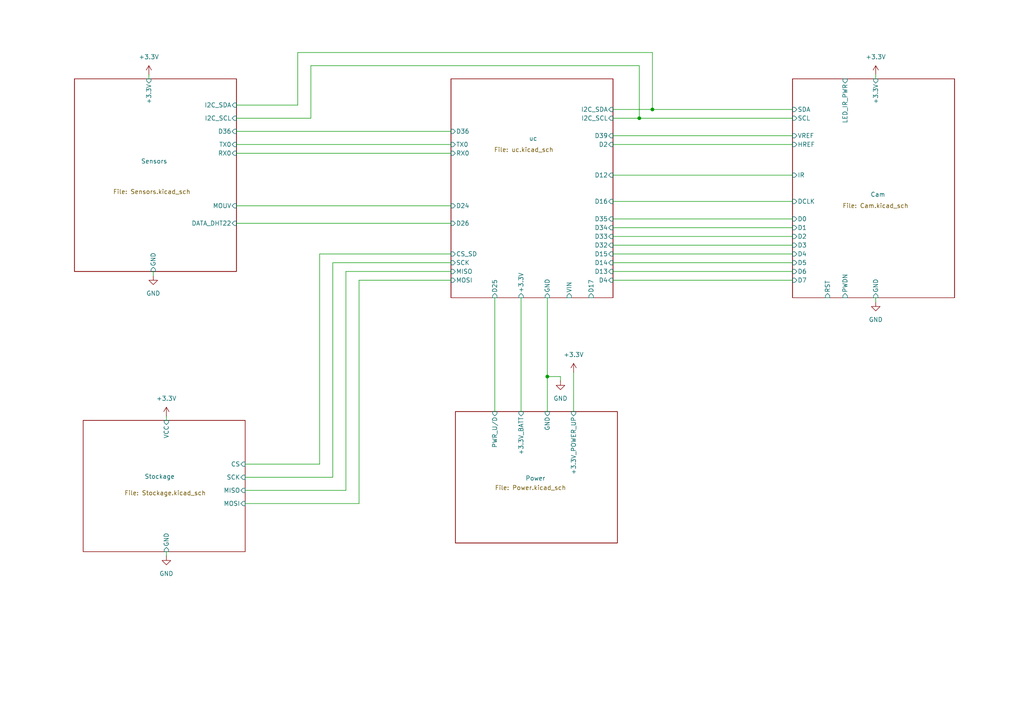
<source format=kicad_sch>
(kicad_sch (version 20250114) (generator "eeschema") (generator_version "9.0")
  (paper "A4")
  (title_block (title "Collecteur de données Animalières") (date "2025-11-28") (rev "A1") (company "Polytech Nantes - ETN4") (comment 1 "Architecture Collectuer de données"))
  (lib_symbols
    (symbol "power:+3.3V" (power) (pin_numbers (hide yes)) (pin_names (offset 0) (hide yes))
      (property "Value" "+3.3V" (at 0 3.556 0))
      (symbol "+3.3V_0_1"
        (polyline (pts (xy -0.762 1.27) (xy 0 2.54)))
        (polyline (pts (xy 0 2.54) (xy 0.762 1.27)))
        (polyline (pts (xy 0 0) (xy 0 2.54)))
      )
      (symbol "+3.3V_1_1"
        (pin power_in line (at 0 0 90) (length 0) (name "~") (number "1"))
      )
    )
    (symbol "power:GND" (power) (pin_numbers (hide yes)) (pin_names (offset 0) (hide yes))
      (property "Value" "GND" (at 0 -3.81 0))
      (symbol "GND_0_1"
        (polyline (pts (xy 0 0) (xy 0 -1.27) (xy 1.27 -1.27) (xy 0 -2.54) (xy -1.27 -1.27) (xy 0 -1.27)))
      )
      (symbol "GND_1_1"
        (pin power_in line (at 0 0 270) (length 0) (name "~") (number "1"))
      )
    )
  )
  (junction (at 189.23 31.75))
  (junction (at 158.75 109.22))
  (junction (at 185.42 34.29))
  (wire (pts (xy 185.42 34.29) (xy 229.87 34.29)))
  (wire (pts (xy 68.58 38.1) (xy 130.81 38.1)))
  (wire (pts (xy 86.36 30.48) (xy 86.36 15.24)))
  (wire (pts (xy 177.8 39.37) (xy 229.87 39.37)))
  (wire (pts (xy 68.58 41.91) (xy 130.81 41.91)))
  (wire (pts (xy 92.71 73.66) (xy 130.81 73.66)))
  (wire (pts (xy 43.18 21.59) (xy 43.18 22.86)))
  (wire (pts (xy 158.75 86.36) (xy 158.75 109.22)))
  (wire (pts (xy 177.8 81.28) (xy 229.87 81.28)))
  (wire (pts (xy 68.58 30.48) (xy 86.36 30.48)))
  (wire (pts (xy 90.17 34.29) (xy 90.17 19.05)))
  (wire (pts (xy 90.17 19.05) (xy 185.42 19.05)))
  (wire (pts (xy 100.33 142.24) (xy 100.33 78.74)))
  (wire (pts (xy 151.13 86.36) (xy 151.13 119.38)))
  (wire (pts (xy 177.8 73.66) (xy 229.87 73.66)))
  (wire (pts (xy 177.8 71.12) (xy 229.87 71.12)))
  (wire (pts (xy 162.56 110.49) (xy 162.56 109.22)))
  (wire (pts (xy 177.8 31.75) (xy 189.23 31.75)))
  (wire (pts (xy 92.71 73.66) (xy 92.71 134.62)))
  (wire (pts (xy 48.26 160.02) (xy 48.26 161.29)))
  (wire (pts (xy 68.58 44.45) (xy 130.81 44.45)))
  (wire (pts (xy 177.8 76.2) (xy 229.87 76.2)))
  (wire (pts (xy 86.36 15.24) (xy 189.23 15.24)))
  (wire (pts (xy 100.33 78.74) (xy 130.81 78.74)))
  (wire (pts (xy 71.12 142.24) (xy 100.33 142.24)))
  (wire (pts (xy 254 21.59) (xy 254 22.86)))
  (wire (pts (xy 177.8 66.04) (xy 229.87 66.04)))
  (wire (pts (xy 104.14 146.05) (xy 71.12 146.05)))
  (wire (pts (xy 177.8 41.91) (xy 229.87 41.91)))
  (wire (pts (xy 158.75 109.22) (xy 162.56 109.22)))
  (wire (pts (xy 104.14 81.28) (xy 130.81 81.28)))
  (wire (pts (xy 68.58 59.69) (xy 130.81 59.69)))
  (wire (pts (xy 177.8 63.5) (xy 229.87 63.5)))
  (wire (pts (xy 143.51 86.36) (xy 143.51 119.38)))
  (wire (pts (xy 185.42 19.05) (xy 185.42 34.29)))
  (wire (pts (xy 177.8 68.58) (xy 229.87 68.58)))
  (wire (pts (xy 68.58 64.77) (xy 130.81 64.77)))
  (wire (pts (xy 104.14 81.28) (xy 104.14 146.05)))
  (wire (pts (xy 158.75 109.22) (xy 158.75 119.38)))
  (wire (pts (xy 96.52 76.2) (xy 130.81 76.2)))
  (wire (pts (xy 166.37 107.95) (xy 166.37 119.38)))
  (wire (pts (xy 177.8 50.8) (xy 229.87 50.8)))
  (wire (pts (xy 254 87.63) (xy 254 86.36)))
  (wire (pts (xy 189.23 15.24) (xy 189.23 31.75)))
  (wire (pts (xy 96.52 138.43) (xy 71.12 138.43)))
  (wire (pts (xy 96.52 76.2) (xy 96.52 138.43)))
  (wire (pts (xy 48.26 120.65) (xy 48.26 121.92)))
  (wire (pts (xy 177.8 78.74) (xy 229.87 78.74)))
  (wire (pts (xy 44.45 80.01) (xy 44.45 78.74)))
  (wire (pts (xy 71.12 134.62) (xy 92.71 134.62)))
  (wire (pts (xy 177.8 58.42) (xy 229.87 58.42)))
  (wire (pts (xy 189.23 31.75) (xy 229.87 31.75)))
  (wire (pts (xy 68.58 34.29) (xy 90.17 34.29)))
  (wire (pts (xy 177.8 34.29) (xy 185.42 34.29)))
  (symbol (lib_id "power:+3.3V") (at 166.37 107.95 0) (unit 1)
    (property "Reference" "#PWR010" (effects (hide yes)))
    (property "Value" "+3.3V" (at 166.37 102.87 0))
    (property "Description" "Power symbol creates a global label with name \"+3.3V\"" (effects (hide yes)))
  )
  (symbol (lib_id "power:+3.3V") (at 254 21.59 0) (unit 1)
    (property "Reference" "#PWR015" (effects (hide yes)))
    (property "Value" "+3.3V" (at 254 16.51 0))
    (property "Description" "Power symbol creates a global label with name \"+3.3V\"" (effects (hide yes)))
  )
  (symbol (lib_id "power:GND") (at 254 87.63 0) (unit 1)
    (property "Reference" "#PWR016" (effects (hide yes)))
    (property "Value" "GND" (at 254 92.71 0))
    (property "Description" "Power symbol creates a global label with name \"GND\" , ground" (effects (hide yes)))
  )
  (symbol (lib_id "power:+3.3V") (at 48.26 120.65 0) (unit 1)
    (property "Reference" "#PWR022" (effects (hide yes)))
    (property "Value" "+3.3V" (at 48.26 115.57 0))
    (property "Description" "Power symbol creates a global label with name \"+3.3V\"" (effects (hide yes)))
  )
  (symbol (lib_id "power:+3.3V") (at 43.18 21.59 0) (unit 1)
    (property "Reference" "#PWR018" (effects (hide yes)))
    (property "Value" "+3.3V" (at 43.18 16.51 0))
    (property "Description" "Power symbol creates a global label with name \"+3.3V\"" (effects (hide yes)))
  )
  (symbol (lib_id "power:GND") (at 162.56 110.49 0) (unit 1)
    (property "Reference" "#PWR011" (effects (hide yes)))
    (property "Value" "GND" (at 162.56 115.57 0))
    (property "Description" "Power symbol creates a global label with name \"GND\" , ground" (effects (hide yes)))
  )
  (symbol (lib_id "power:GND") (at 44.45 80.01 0) (unit 1)
    (property "Reference" "#PWR017" (effects (hide yes)))
    (property "Value" "GND" (at 44.45 85.09 0))
    (property "Description" "Power symbol creates a global label with name \"GND\" , ground" (effects (hide yes)))
  )
  (symbol (lib_id "power:GND") (at 48.26 161.29 0) (unit 1)
    (property "Reference" "#PWR023" (effects (hide yes)))
    (property "Value" "GND" (at 48.26 166.37 0))
    (property "Description" "Power symbol creates a global label with name \"GND\" , ground" (effects (hide yes)))
  )
  (sheet (at 21.59 22.86) (size 46.99 55.88) (stroke (width 0.1524))
    (property "Sheetname" "Sensors" (at 40.894 47.498 0) (effects (justify left bottom)))
    (property "Sheetfile" "Sensors.kicad_sch" (at 32.766 54.864 0) (effects (justify left top)))
    (pin "+3.3V" input (at 43.18 22.86 90))
    (pin "GND" input (at 44.45 78.74 270))
    (pin "I2C_SCL" input (at 68.58 34.29 0))
    (pin "I2C_SDA" input (at 68.58 30.48 0))
    (pin "TX0" input (at 68.58 41.91 0))
    (pin "RX0" input (at 68.58 44.45 0))
    (pin "D36" input (at 68.58 38.1 0))
    (pin "DATA_DHT22" input (at 68.58 64.77 0))
    (pin "MOUV" input (at 68.58 59.69 0))
  )
  (sheet (at 24.13 121.92) (size 46.99 38.1) (stroke (width 0.1524))
    (property "Sheetname" "Stockage" (at 41.91 138.938 0) (effects (justify left bottom)))
    (property "Sheetfile" "Stockage.kicad_sch" (at 36.068 142.24 0) (effects (justify left top)))
    (pin "CS" input (at 71.12 134.62 0))
    (pin "SCK" input (at 71.12 138.43 0))
    (pin "MISO" input (at 71.12 142.24 0))
    (pin "MOSI" input (at 71.12 146.05 0))
    (pin "VCC" input (at 48.26 121.92 90))
    (pin "GND" input (at 48.26 160.02 270))
  )
  (sheet (at 130.81 22.86) (size 46.99 63.5) (stroke (width 0.1524))
    (property "Sheetname" "uc" (at 153.416 40.894 0) (effects (justify left bottom)))
    (property "Sheetfile" "uc.kicad_sch" (at 143.256 42.672 0) (effects (justify left top)))
    (pin "+3.3V" input (at 151.13 86.36 270))
    (pin "GND" input (at 158.75 86.36 270))
    (pin "I2C_SDA" input (at 177.8 31.75 0))
    (pin "I2C_SCL" input (at 177.8 34.29 0))
    (pin "D34" input (at 177.8 66.04 0))
    (pin "VIN" input (at 165.1 86.36 270))
    (pin "D25" input (at 143.51 86.36 270))
    (pin "D33" input (at 177.8 68.58 0))
    (pin "D13" input (at 177.8 78.74 0))
    (pin "D4" input (at 177.8 81.28 0))
    (pin "D15" input (at 177.8 73.66 0))
    (pin "D2" input (at 177.8 41.91 0))
    (pin "D26" input (at 130.81 64.77 180))
    (pin "D12" input (at 177.8 50.8 0))
    (pin "D24" input (at 130.81 59.69 180))
    (pin "D14" input (at 177.8 76.2 0))
    (pin "D32" input (at 177.8 71.12 0))
    (pin "D35" input (at 177.8 63.5 0))
    (pin "D39" input (at 177.8 39.37 0))
    (pin "D36" input (at 130.81 38.1 180))
    (pin "RX0" input (at 130.81 44.45 180))
    (pin "TX0" input (at 130.81 41.91 180))
    (pin "SCK" input (at 130.81 76.2 180))
    (pin "MOSI" input (at 130.81 81.28 180))
    (pin "MISO" input (at 130.81 78.74 180))
    (pin "CS_SD" input (at 130.81 73.66 180))
    (pin "D17" input (at 171.45 86.36 270))
    (pin "D16" input (at 177.8 58.42 0))
  )
  (sheet (at 132.08 119.38) (size 46.99 38.1) (stroke (width 0.1524))
    (property "Sheetname" "Power" (at 152.4 139.446 0) (effects (justify left bottom)))
    (property "Sheetfile" "Power.kicad_sch" (at 143.51 140.716 0) (effects (justify left top)))
    (pin "GND" input (at 158.75 119.38 90))
    (pin "PWR_U{slash}D" input (at 143.51 119.38 90))
    (pin "+3.3V_BATT" input (at 151.13 119.38 90))
    (pin "+3.3V_POWER_UP" input (at 166.37 119.38 90))
  )
  (sheet (at 229.87 22.86) (size 46.99 63.5) (stroke (width 0.1524))
    (property "Sheetname" "Cam" (at 252.476 57.15 0) (effects (justify left bottom)))
    (property "Sheetfile" "Cam.kicad_sch" (at 244.348 58.928 0) (effects (justify left top)))
    (pin "GND" input (at 254 86.36 270))
    (pin "+3.3V" input (at 254 22.86 90))
    (pin "SCL" input (at 229.87 34.29 180))
    (pin "SDA" input (at 229.87 31.75 180))
    (pin "IR" input (at 229.87 50.8 180))
    (pin "VREF" input (at 229.87 39.37 180))
    (pin "PWDN" input (at 245.11 86.36 270))
    (pin "D1" input (at 229.87 66.04 180))
    (pin "DCLK" input (at 229.87 58.42 180))
    (pin "D0" input (at 229.87 63.5 180))
    (pin "D4" input (at 229.87 73.66 180))
    (pin "LED_IR_PWR" input (at 245.11 22.86 90))
    (pin "HREF" input (at 229.87 41.91 180))
    (pin "D6" input (at 229.87 78.74 180))
    (pin "RST" input (at 240.03 86.36 270))
    (pin "D5" input (at 229.87 76.2 180))
    (pin "D7" input (at 229.87 81.28 180))
    (pin "D2" input (at 229.87 68.58 180))
    (pin "D3" input (at 229.87 71.12 180))
  )
)
</source>
